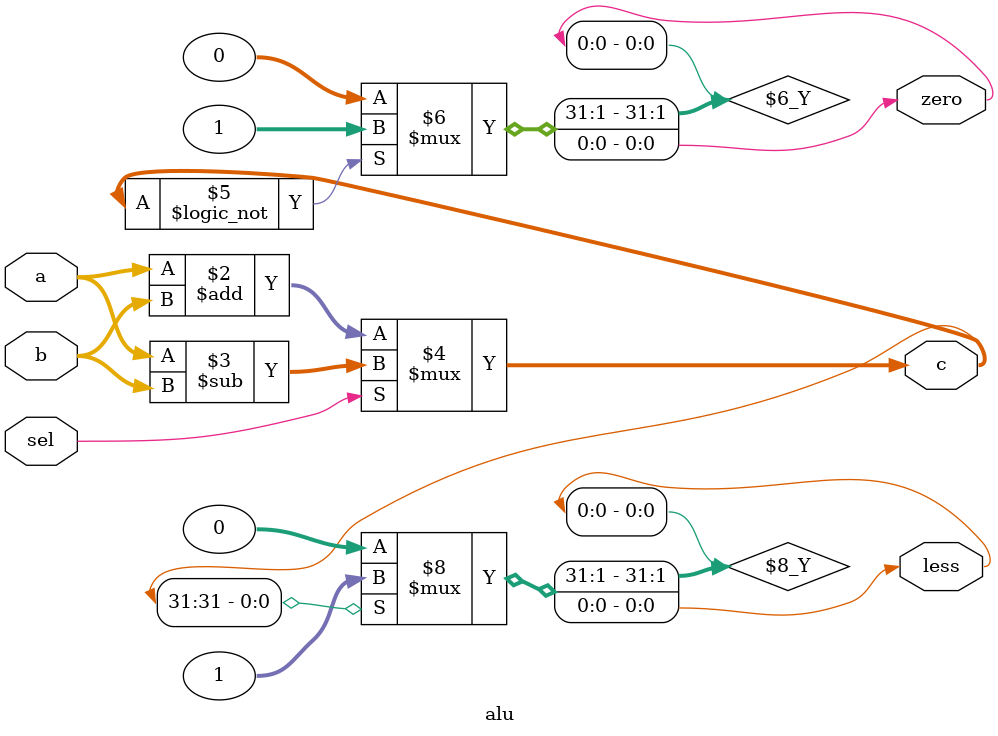
<source format=v>
`timescale 1ns / 1ps


module alu#(parameter WIDTH=32)
(
input [WIDTH-1:0]a,b,
input sel,
output wire[WIDTH-1:0]c,
output zero,
output less
    );
assign c= sel==0? a+b:a-b;
assign zero= c==0? 1:0;  
assign less= c[31]==1? 1:0;
endmodule

</source>
